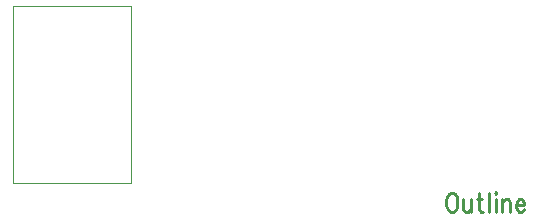
<source format=gbr>
*
*
G04 PADS Layout (Build Number 2008.43.1) generated Gerber (RS-274-X) file*
G04 PC Version=2.1*
*
%IN "P2007_0000_RBCS_RC_MAIS"*%
*
%MOIN*%
*
%FSLAX35Y35*%
*
*
*
*
G04 PC Standard Apertures*
*
*
G04 Thermal Relief Aperture macro.*
%AMTER*
1,1,$1,0,0*
1,0,$1-$2,0,0*
21,0,$3,$4,0,0,45*
21,0,$3,$4,0,0,135*
%
*
*
G04 Annular Aperture macro.*
%AMANN*
1,1,$1,0,0*
1,0,$2,0,0*
%
*
*
G04 Odd Aperture macro.*
%AMODD*
1,1,$1,0,0*
1,0,$1-0.005,0,0*
%
*
*
G04 PC Custom Aperture Macros*
*
*
*
*
*
*
G04 PC Aperture Table*
*
%ADD010C,0.01*%
%ADD040C,0.001*%
*
*
*
*
G04 PC Circuitry*
G04 Layer Name P2007_0000_RBCS_RC_MAIS - circuitry*
%LPD*%
*
*
G04 PC Custom Flashes*
G04 Layer Name P2007_0000_RBCS_RC_MAIS - flashes*
%LPD*%
*
*
G04 PC Circuitry*
G04 Layer Name P2007_0000_RBCS_RC_MAIS - circuitry*
%LPD*%
*
G54D10*
G01X539553Y390421D02*
X539098Y390108D01*
X538644Y389483*
X538416Y388858*
X538189Y387921*
Y386358*
X538416Y385421*
X538644Y384796*
X539098Y384171*
X539553Y383858*
X540462*
X540916Y384171*
X541371Y384796*
X541598Y385421*
X541825Y386358*
Y387921*
X541598Y388858*
X541371Y389483*
X540916Y390108*
X540462Y390421*
X539553*
X543871Y388233D02*
Y385108D01*
X544098Y384171*
X544553Y383858*
X545234*
X545689Y384171*
X546371Y385108*
Y388233D02*
Y383858D01*
X549098Y390421D02*
Y385108D01*
X549325Y384171*
X549780Y383858*
X550234*
X548416Y388233D02*
X550007D01*
X552280Y390421D02*
Y383858D01*
X554325Y390421D02*
X554553Y390108D01*
X554780Y390421*
X554553Y390733*
X554325Y390421*
X554553Y388233D02*
Y383858D01*
X556825Y388233D02*
Y383858D01*
Y386983D02*
X557507Y387921D01*
X557962Y388233*
X558644*
X559098Y387921*
X559325Y386983*
Y383858*
X561371Y386358D02*
X564098D01*
Y386983*
X563871Y387608*
X563644Y387921*
X563189Y388233*
X562507*
X562053Y387921*
X561598Y387296*
X561371Y386358*
Y385733*
X561598Y384796*
X562053Y384171*
X562507Y383858*
X563189*
X563644Y384171*
X564098Y384796*
G54D40*
X393701Y393701D02*
X433071D01*
Y452756*
X393701*
Y393701*
X0Y0D02*
M02*

</source>
